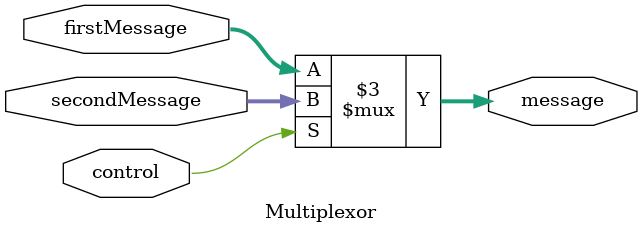
<source format=sv>
module Multiplexor (
	input logic[7:0] firstMessage, secondMessage,
	input logic control,
	output logic[7:0] message
);

always_comb begin
    if (control) message = secondMessage;
    else message = firstMessage;
end

endmodule
</source>
